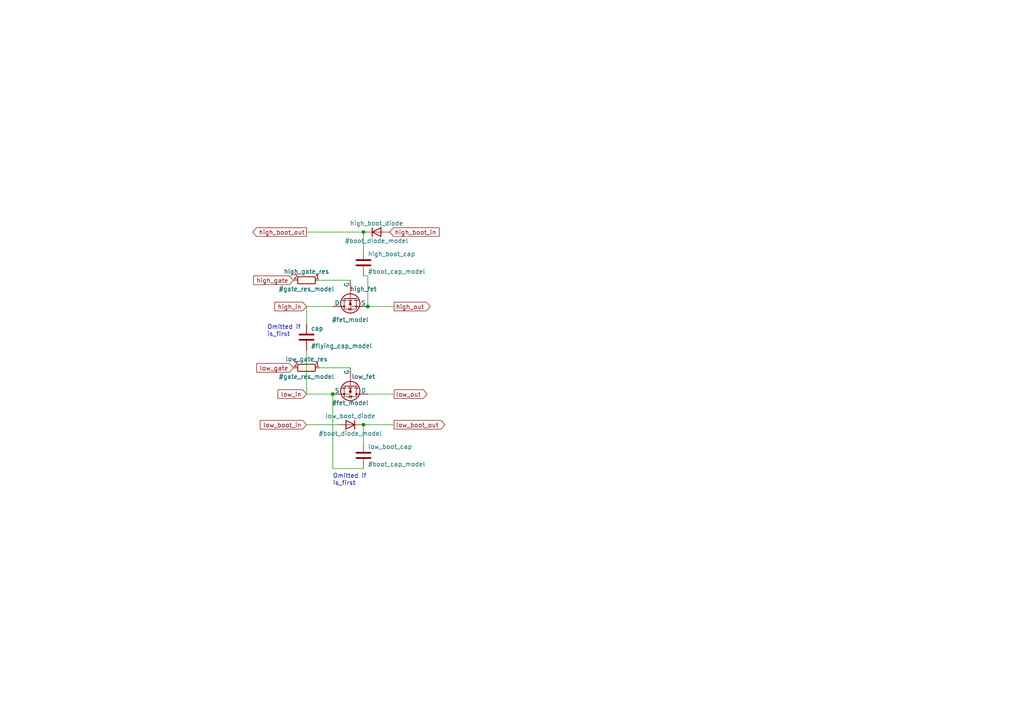
<source format=kicad_sch>
(kicad_sch (version 20211123) (generator eeschema)
  (paper "A4")
  (lib_symbols
    (symbol "Device:C" (pin_numbers hide) (pin_names (offset 0.254))
      (property "Reference" "C" (at 0.635 2.54 0))
      (property "Value" "C" (at 0.635 -2.54 0))
      (symbol "C_0_1"
        (polyline (pts (xy -2.032 -0.762) (xy 2.032 -0.762)) (stroke (width 0.508)))
        (polyline (pts (xy -2.032 0.762) (xy 2.032 0.762)) (stroke (width 0.508)))
      )
      (symbol "C_1_1"
        (pin passive line (at 0 3.81 270) (length 2.794) (name "~") (number "1"))
        (pin passive line (at 0 -3.81 90) (length 2.794) (name "~") (number "2"))
      )
    )
    (symbol "Device:D" (pin_numbers hide) (pin_names (offset 1.016) hide)
      (property "Reference" "D" (at 0 2.54 0))
      (property "Value" "D" (at 0 -2.54 0))
      (symbol "D_0_1"
        (polyline (pts (xy -1.27 1.27) (xy -1.27 -1.27)) (stroke (width 0.254)))
        (polyline (pts (xy 1.27 0) (xy -1.27 0)))
        (polyline (pts (xy 1.27 1.27) (xy 1.27 -1.27) (xy -1.27 0) (xy 1.27 1.27)) (stroke (width 0.254)))
      )
      (symbol "D_1_1"
        (pin passive line (at -3.81 0 0) (length 2.54) (name "K") (number "1"))
        (pin passive line (at 3.81 0 180) (length 2.54) (name "A") (number "2"))
      )
    )
    (symbol "Device:Q_NMOS_DGS" (pin_numbers hide) (pin_names (offset 0))
      (property "Reference" "Q" (at 5.08 1.27 0))
      (property "Value" "Q_NMOS_DGS" (at 5.08 -1.27 0))
      (symbol "Q_NMOS_DGS_0_1"
        (polyline (pts (xy 0.254 0) (xy -2.54 0)))
        (polyline (pts (xy 0.254 1.905) (xy 0.254 -1.905)) (stroke (width 0.254)))
        (polyline (pts (xy 0.762 -1.27) (xy 0.762 -2.286)) (stroke (width 0.254)))
        (polyline (pts (xy 0.762 0.508) (xy 0.762 -0.508)) (stroke (width 0.254)))
        (polyline (pts (xy 0.762 2.286) (xy 0.762 1.27)) (stroke (width 0.254)))
        (polyline (pts (xy 2.54 2.54) (xy 2.54 1.778)))
        (polyline (pts (xy 2.54 -2.54) (xy 2.54 0) (xy 0.762 0)))
        (polyline (pts (xy 0.762 -1.778) (xy 3.302 -1.778) (xy 3.302 1.778) (xy 0.762 1.778)))
        (polyline (pts (xy 1.016 0) (xy 2.032 0.381) (xy 2.032 -0.381) (xy 1.016 0)) (fill (type outline)))
        (polyline (pts (xy 2.794 0.508) (xy 2.921 0.381) (xy 3.683 0.381) (xy 3.81 0.254)))
        (polyline (pts (xy 3.302 0.381) (xy 2.921 -0.254) (xy 3.683 -0.254) (xy 3.302 0.381)))
        (circle (center 1.651 0) (radius 2.794) (stroke (width 0.254)))
        (circle (center 2.54 -1.778) (radius 0.254) (fill (type outline)))
        (circle (center 2.54 1.778) (radius 0.254) (fill (type outline)))
      )
      (symbol "Q_NMOS_DGS_1_1"
        (pin passive line (at 2.54 5.08 270) (length 2.54) (name "D") (number "1"))
        (pin input line (at -5.08 0 0) (length 2.54) (name "G") (number "2"))
        (pin passive line (at 2.54 -5.08 90) (length 2.54) (name "S") (number "3"))
      )
    )
    (symbol "R_1" (pin_names (offset 0))
      (property "Reference" "R" (at 2.032 0 90))
      (property "Value" "R_1" (at 0 0 90))
      (symbol "R_1_0_1"
        (rectangle (start -1.016 -2.54) (end 1.016 2.54) (stroke (width 0.254)))
      )
      (symbol "R_1_1_1"
        (pin passive line (at 0 3.81 270) (length 1.27) (name "~") (number "1"))
        (pin passive line (at 0 -3.81 90) (length 1.27) (name "~") (number "2"))
      )
    )
  )
  (junction (at 106.68 88.9))
  (junction (at 96.52 114.3))
  (junction (at 105.41 123.19))
  (junction (at 105.41 67.31))
  (wire (pts (xy 105.41 67.31) (xy 105.41 72.39)))
  (wire (pts (xy 88.9 101.6) (xy 88.9 114.3)))
  (wire (pts (xy 105.41 123.19) (xy 114.3 123.19)))
  (wire (pts (xy 114.3 114.3) (xy 106.68 114.3)))
  (wire (pts (xy 88.9 67.31) (xy 105.41 67.31)))
  (wire (pts (xy 106.68 80.01) (xy 106.68 88.9)))
  (wire (pts (xy 88.9 88.9) (xy 88.9 93.98)))
  (wire (pts (xy 96.52 114.3) (xy 96.52 135.89)))
  (wire (pts (xy 88.9 114.3) (xy 96.52 114.3)))
  (wire (pts (xy 114.3 88.9) (xy 106.68 88.9)))
  (wire (pts (xy 92.71 106.68) (xy 101.6 106.68)))
  (wire (pts (xy 96.52 135.89) (xy 105.41 135.89)))
  (wire (pts (xy 92.71 81.28) (xy 101.6 81.28)))
  (wire (pts (xy 105.41 80.01) (xy 106.68 80.01)))
  (wire (pts (xy 88.9 88.9) (xy 96.52 88.9)))
  (wire (pts (xy 88.9 123.19) (xy 97.79 123.19)))
  (wire (pts (xy 105.41 128.27) (xy 105.41 123.19)))
  (text "Omitted if\nis_first" (at 96.52 140.97 0) (effects (font (size 1.27 1.27)) (justify left bottom)))
  (text "Omitted if\nis_first" (at 77.47 97.79 0) (effects (font (size 1.27 1.27)) (justify left bottom)))
  (global_label "low_boot_out" (shape output) (at 114.3 123.19 0) (property "Intersheet References" "${INTERSHEET_REFS}" (effects hide)))
  (global_label "high_boot_in" (shape input) (at 113.03 67.31 0) (property "Intersheet References" "${INTERSHEET_REFS}" (effects hide)))
  (global_label "low_gate" (shape input) (at 85.09 106.68 180) (property "Intersheet References" "${INTERSHEET_REFS}" (effects hide)))
  (global_label "low_out" (shape output) (at 114.3 114.3 0) (property "Intersheet References" "${INTERSHEET_REFS}" (effects hide)))
  (global_label "low_in" (shape input) (at 88.9 114.3 180) (property "Intersheet References" "${INTERSHEET_REFS}" (effects hide)))
  (global_label "high_gate" (shape input) (at 85.09 81.28 180) (property "Intersheet References" "${INTERSHEET_REFS}" (effects hide)))
  (global_label "high_in" (shape input) (at 88.9 88.9 180) (property "Intersheet References" "${INTERSHEET_REFS}" (effects hide)))
  (global_label "low_boot_in" (shape input) (at 88.9 123.19 180) (property "Intersheet References" "${INTERSHEET_REFS}" (effects hide)))
  (global_label "high_out" (shape output) (at 114.3 88.9 0) (property "Intersheet References" "${INTERSHEET_REFS}" (effects hide)))
  (global_label "high_boot_out" (shape output) (at 88.9 67.31 180) (property "Intersheet References" "${INTERSHEET_REFS}" (effects hide)))
  (symbol (lib_id "Device:D") (at 101.6 123.19 180) (unit 1)
    (property "Reference" "low_boot_diode" (at 101.6 120.65 0))
    (property "Value" "#boot_diode_model" (at 101.6 125.73 0))
  )
  (symbol (lib_id "Device:C") (at 88.9 97.79 0) (unit 1)
    (property "Reference" "cap" (at 90.17 95.25 0) (effects (justify left)))
    (property "Value" "#flying_cap_model" (at 90.17 100.33 0) (effects (justify left)))
  )
  (symbol (lib_name "R_1") (lib_id "Device:R") (at 88.9 106.68 270) (unit 1)
    (property "Reference" "low_gate_res" (at 88.9 104.14 90))
    (property "Value" "#gate_res_model" (at 88.9 109.22 90))
  )
  (symbol (lib_id "Device:C") (at 105.41 76.2 0) (unit 1)
    (property "Reference" "high_boot_cap" (at 106.68 73.66 0) (effects (justify left)))
    (property "Value" "#boot_cap_model" (at 106.68 78.74 0) (effects (justify left)))
  )
  (symbol (lib_id "Device:D") (at 109.22 67.31 0) (unit 1)
    (property "Reference" "high_boot_diode" (at 109.22 64.77 0))
    (property "Value" "#boot_diode_model" (at 109.22 69.85 0))
  )
  (symbol (lib_name "R_1") (lib_id "Device:R") (at 88.9 81.28 270) (unit 1)
    (property "Reference" "high_gate_res" (at 88.9 78.74 90))
    (property "Value" "#gate_res_model" (at 88.9 83.82 90))
  )
  (symbol (lib_id "Device:C") (at 105.41 132.08 0) (unit 1)
    (property "Reference" "low_boot_cap" (at 106.68 129.54 0) (effects (justify left)))
    (property "Value" "#boot_cap_model" (at 106.68 134.62 0) (effects (justify left)))
  )
  (symbol (lib_id "Device:Q_NMOS_DGS") (at 101.6 86.36 90) (mirror x) (unit 1)
    (property "Reference" "high_fet" (at 105.41 83.82 90))
    (property "Value" "#fet_model" (at 101.6 92.71 90))
  )
  (symbol (lib_id "Device:Q_NMOS_DGS") (at 101.6 111.76 270) (unit 1)
    (property "Reference" "low_fet" (at 105.41 109.22 90))
    (property "Value" "#fet_model" (at 101.6 116.84 90))
  )
)
</source>
